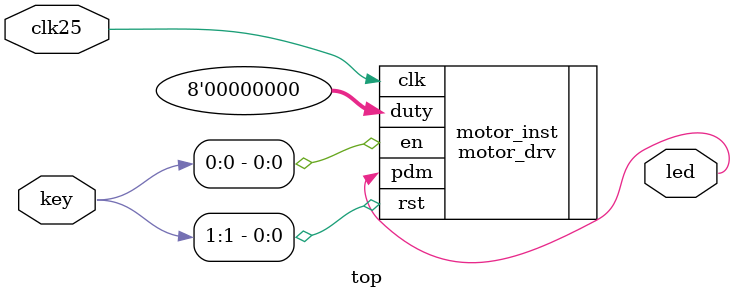
<source format=sv>
module top (				// Declaring inputs and outputs according to the configuration file (karnix_cabga256.lpf)
	input wire clk25,		// For testing, frequency of clk25 must be set lower in configuration file (25 KHz for example) to see different pulse width on LED
	input wire [1:0] key,
	output wire led
);
	
	motor_drv # (			// Creating an instance of servo_pdm module (servo_pdm.sv)
		.clk_hz(25000000),	 
		.cyc_hz(50),
		.pdm_hz(312500) 
	) motor_inst (
		.clk(clk25),
		.en(key[0]),
		.rst(key[1]),
		.duty(8'd0),	// Duty cycle is manually set here for test purposes
		.pdm(led)	// LED lights up showing pulse width
	);

endmodule

</source>
